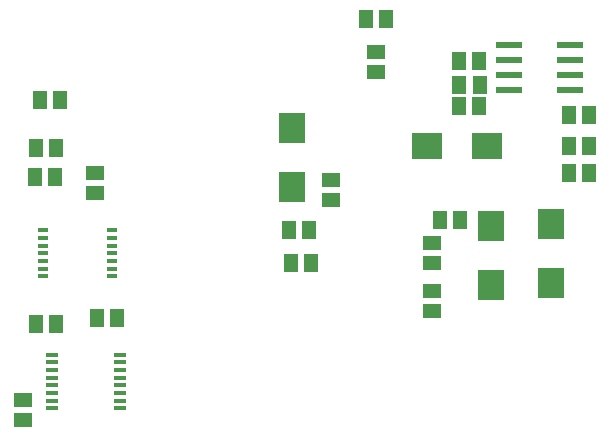
<source format=gtp>
G75*
G70*
%OFA0B0*%
%FSLAX24Y24*%
%IPPOS*%
%LPD*%
%AMOC8*
5,1,8,0,0,1.08239X$1,22.5*
%
%ADD10R,0.0512X0.0591*%
%ADD11R,0.0591X0.0512*%
%ADD12R,0.0866X0.1024*%
%ADD13R,0.1024X0.0866*%
%ADD14R,0.0866X0.0236*%
%ADD15R,0.0354X0.0138*%
%ADD16R,0.0390X0.0120*%
D10*
X009826Y004939D03*
X010495Y004939D03*
X011834Y005136D03*
X012503Y005136D03*
X018310Y006947D03*
X018979Y006947D03*
X018900Y008069D03*
X018231Y008069D03*
X023282Y008399D03*
X023952Y008399D03*
X027576Y009947D03*
X028245Y009947D03*
X028237Y010860D03*
X027568Y010860D03*
X027570Y011878D03*
X028239Y011878D03*
X024589Y012203D03*
X023920Y012203D03*
X023928Y012907D03*
X024597Y012907D03*
X024582Y013699D03*
X023912Y013699D03*
X021491Y015100D03*
X020822Y015100D03*
X010613Y012399D03*
X009944Y012399D03*
X009810Y010785D03*
X010479Y010785D03*
X010436Y009821D03*
X009767Y009821D03*
D11*
X009393Y001730D03*
X009393Y002399D03*
X023019Y005352D03*
X023019Y006022D03*
X022999Y006962D03*
X022999Y007632D03*
X019645Y009061D03*
X019645Y009730D03*
X011774Y009959D03*
X011774Y009289D03*
X021152Y013333D03*
X021152Y014002D03*
D12*
X018330Y011455D03*
X018330Y009486D03*
X024991Y008203D03*
X026983Y008273D03*
X026983Y006305D03*
X024991Y006234D03*
D13*
X024830Y010848D03*
X022861Y010848D03*
D14*
X025573Y012714D03*
X025573Y013214D03*
X025573Y013714D03*
X025573Y014214D03*
X027620Y014214D03*
X027620Y013714D03*
X027620Y013214D03*
X027620Y012714D03*
D15*
X012355Y008049D03*
X012355Y007793D03*
X012355Y007537D03*
X012355Y007281D03*
X012355Y007025D03*
X012355Y006770D03*
X012355Y006514D03*
X010052Y006514D03*
X010052Y006770D03*
X010052Y007025D03*
X010052Y007281D03*
X010052Y007537D03*
X010052Y007793D03*
X010052Y008049D03*
D16*
X010330Y003905D03*
X010330Y003649D03*
X010330Y003394D03*
X010330Y003138D03*
X010330Y002882D03*
X010330Y002626D03*
X010330Y002370D03*
X010330Y002114D03*
X012628Y002114D03*
X012628Y002370D03*
X012628Y002626D03*
X012628Y002882D03*
X012628Y003138D03*
X012628Y003394D03*
X012628Y003649D03*
X012628Y003905D03*
M02*

</source>
